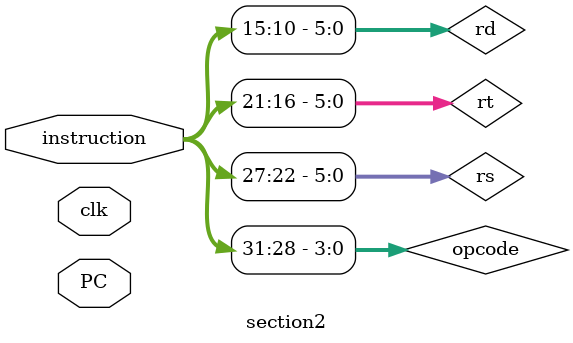
<source format=v>
`timescale 1ns / 1ps


module section2(instruction, PC, clk);

input [31:0] instruction;
input [31:0] PC;
input clk;

wire [3:0] opcode;
wire [5:0] rs;
wire [5:0] rt;
wire [5:0] rd;

assign opcode = instruction[31:28];
assign rs = instruction[27:22];
assign rt = instruction [21:16];
assign rd = instruction [15:10];

control CONTROL (.OPCODE(opcode));
register REGFILE (.rs(rs), .rt(rt), .rd(rd), .clk(clk));
Adder ADD_SE (.PC(PC), .in(in));

endmodule

</source>
